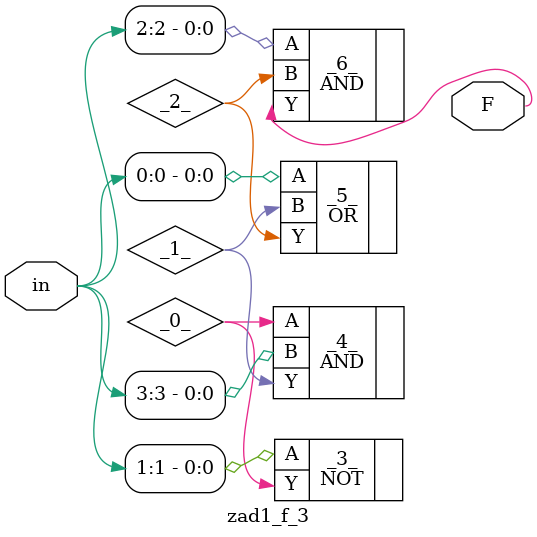
<source format=v>
/* Generated by Yosys 0.16+41 (git sha1 UNKNOWN, clang 3.4.2 -fPIC -Os) */

(* src = "vector.v:1.1-8.10" *)
module zad1_f_3(in, F);
  wire _0_;
  wire _1_;
  wire _2_;
  (* src = "vector.v:1.44-1.45" *)
  output F;
  wire F;
  (* src = "vector.v:1.29-1.31" *)
  input [3:0] in;
  wire [3:0] in;
  NOT _3_ (
    .A(in[1]),
    .Y(_0_)
  );
  AND _4_ (
    .A(_0_),
    .B(in[3]),
    .Y(_1_)
  );
  OR _5_ (
    .A(in[0]),
    .B(_1_),
    .Y(_2_)
  );
  AND _6_ (
    .A(in[2]),
    .B(_2_),
    .Y(F)
  );
endmodule

</source>
